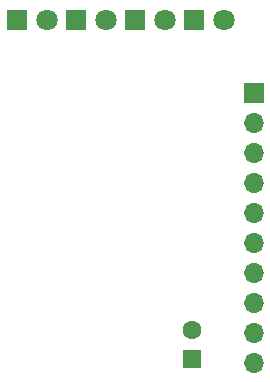
<source format=gbr>
%TF.GenerationSoftware,KiCad,Pcbnew,7.0.10*%
%TF.CreationDate,2024-02-28T22:59:02-05:00*%
%TF.ProjectId,DW1000 BU-01,44573130-3030-4204-9255-2d30312e6b69,rev?*%
%TF.SameCoordinates,Original*%
%TF.FileFunction,Soldermask,Bot*%
%TF.FilePolarity,Negative*%
%FSLAX46Y46*%
G04 Gerber Fmt 4.6, Leading zero omitted, Abs format (unit mm)*
G04 Created by KiCad (PCBNEW 7.0.10) date 2024-02-28 22:59:02*
%MOMM*%
%LPD*%
G01*
G04 APERTURE LIST*
%ADD10R,1.800000X1.800000*%
%ADD11C,1.800000*%
%ADD12R,1.700000X1.700000*%
%ADD13O,1.700000X1.700000*%
%ADD14R,1.600000X1.600000*%
%ADD15C,1.600000*%
G04 APERTURE END LIST*
D10*
%TO.C,D4*%
X16475000Y-3000000D03*
D11*
X19015000Y-3000000D03*
%TD*%
D10*
%TO.C,D3*%
X11475000Y-3000000D03*
D11*
X14015000Y-3000000D03*
%TD*%
D12*
%TO.C,J1*%
X21500000Y-9210000D03*
D13*
X21500000Y-11750000D03*
X21500000Y-14290000D03*
X21500000Y-16830000D03*
X21500000Y-19370000D03*
X21500000Y-21910000D03*
X21500000Y-24450000D03*
X21500000Y-26990000D03*
X21500000Y-29530000D03*
X21500000Y-32070000D03*
%TD*%
D10*
%TO.C,D1*%
X1475000Y-3000000D03*
D11*
X4015000Y-3000000D03*
%TD*%
D14*
%TO.C,C3*%
X16250000Y-31750000D03*
D15*
X16250000Y-29250000D03*
%TD*%
D10*
%TO.C,D2*%
X6475000Y-3000000D03*
D11*
X9015000Y-3000000D03*
%TD*%
M02*

</source>
